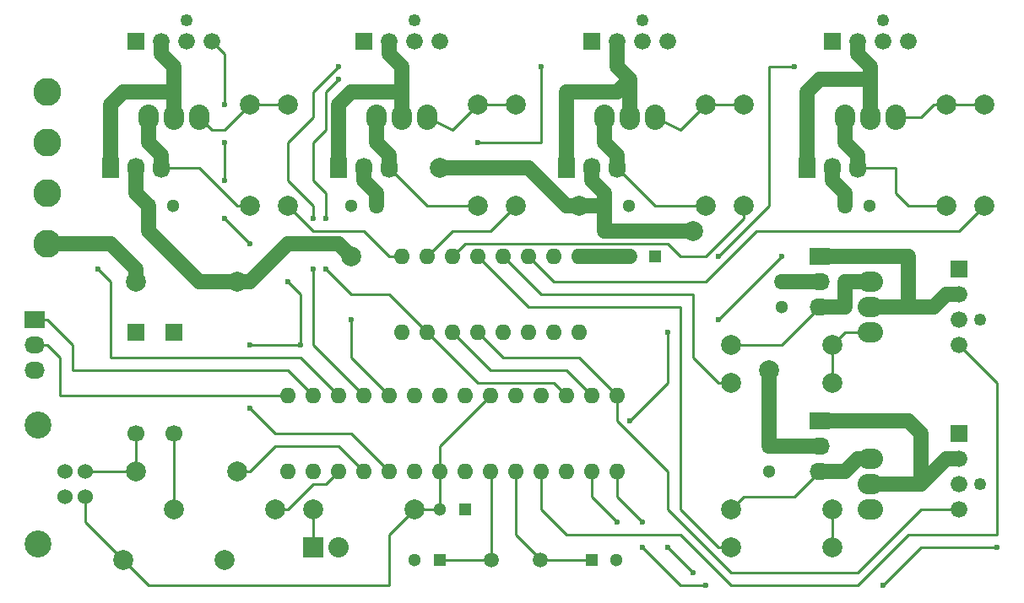
<source format=gbr>
G04 #@! TF.FileFunction,Copper,L1,Top,Signal*
%FSLAX46Y46*%
G04 Gerber Fmt 4.6, Leading zero omitted, Abs format (unit mm)*
G04 Created by KiCad (PCBNEW 4.0.1-stable) date Sun 27 Dec 2015 09:02:29 PM CET*
%MOMM*%
G01*
G04 APERTURE LIST*
%ADD10C,0.100000*%
%ADD11R,1.727200X2.032000*%
%ADD12O,1.727200X2.032000*%
%ADD13R,1.300000X1.300000*%
%ADD14C,1.300000*%
%ADD15R,1.676400X1.676400*%
%ADD16C,1.676400*%
%ADD17C,1.250000*%
%ADD18R,2.032000X2.032000*%
%ADD19O,2.032000X2.032000*%
%ADD20R,2.032000X1.727200*%
%ADD21O,2.032000X1.727200*%
%ADD22C,2.794000*%
%ADD23O,2.032000X2.540000*%
%ADD24O,2.540000X2.032000*%
%ADD25C,1.998980*%
%ADD26O,1.600000X1.600000*%
%ADD27C,1.524000*%
%ADD28C,2.700020*%
%ADD29C,1.501140*%
%ADD30C,1.699260*%
%ADD31R,1.699260X1.699260*%
%ADD32C,2.000000*%
%ADD33C,0.600000*%
%ADD34C,0.250000*%
%ADD35C,1.500000*%
G04 APERTURE END LIST*
D10*
D11*
X69850000Y-88900000D03*
D12*
X72390000Y-88900000D03*
X74930000Y-88900000D03*
D13*
X105410000Y-123190000D03*
D14*
X102910000Y-123190000D03*
D13*
X124460000Y-97790000D03*
D14*
X121960000Y-97790000D03*
D13*
X73660000Y-92710000D03*
D14*
X76160000Y-92710000D03*
D13*
X96520000Y-92710000D03*
D14*
X94020000Y-92710000D03*
D13*
X119380000Y-92710000D03*
D14*
X121880000Y-92710000D03*
D13*
X143510000Y-92710000D03*
D14*
X146010000Y-92710000D03*
D13*
X137160000Y-100330000D03*
D14*
X137160000Y-102830000D03*
D13*
X135890000Y-116840000D03*
D14*
X135890000Y-119340000D03*
D13*
X102870000Y-128270000D03*
D14*
X100370000Y-128270000D03*
D13*
X118110000Y-128270000D03*
D14*
X120610000Y-128270000D03*
D15*
X72390000Y-76200000D03*
D16*
X74930000Y-76200000D03*
X77470000Y-76200000D03*
X80010000Y-76200000D03*
D17*
X77470000Y-74040000D03*
D15*
X95250000Y-76200000D03*
D16*
X97790000Y-76200000D03*
X100330000Y-76200000D03*
X102870000Y-76200000D03*
D17*
X100330000Y-74040000D03*
D15*
X118110000Y-76200000D03*
D16*
X120650000Y-76200000D03*
X123190000Y-76200000D03*
X125730000Y-76200000D03*
D17*
X123190000Y-74040000D03*
D15*
X142240000Y-76200000D03*
D16*
X144780000Y-76200000D03*
X147320000Y-76200000D03*
X149860000Y-76200000D03*
D17*
X147320000Y-74040000D03*
D15*
X154940000Y-99060000D03*
D16*
X154940000Y-101600000D03*
X154940000Y-104140000D03*
X154940000Y-106680000D03*
D17*
X157100000Y-104140000D03*
D15*
X154940000Y-115570000D03*
D16*
X154940000Y-118110000D03*
X154940000Y-120650000D03*
X154940000Y-123190000D03*
D17*
X157100000Y-120650000D03*
D18*
X90170000Y-127000000D03*
D19*
X92710000Y-127000000D03*
D11*
X92710000Y-88900000D03*
D12*
X95250000Y-88900000D03*
X97790000Y-88900000D03*
D11*
X115570000Y-88900000D03*
D12*
X118110000Y-88900000D03*
X120650000Y-88900000D03*
D11*
X139700000Y-88900000D03*
D12*
X142240000Y-88900000D03*
X144780000Y-88900000D03*
D20*
X140970000Y-97790000D03*
D21*
X140970000Y-100330000D03*
X140970000Y-102870000D03*
D20*
X140970000Y-114300000D03*
D21*
X140970000Y-116840000D03*
X140970000Y-119380000D03*
D22*
X63500000Y-86360000D03*
X63500000Y-81280000D03*
X63500000Y-91440000D03*
X63500000Y-96520000D03*
D23*
X76200000Y-83820000D03*
X78740000Y-83820000D03*
X73660000Y-83820000D03*
X99060000Y-83820000D03*
X101600000Y-83820000D03*
X96520000Y-83820000D03*
X121920000Y-83820000D03*
X124460000Y-83820000D03*
X119380000Y-83820000D03*
X146050000Y-83820000D03*
X148590000Y-83820000D03*
X143510000Y-83820000D03*
D24*
X146050000Y-102870000D03*
X146050000Y-105410000D03*
X146050000Y-100330000D03*
X146050000Y-120650000D03*
X146050000Y-123190000D03*
X146050000Y-118110000D03*
D25*
X81280000Y-128270000D03*
X71120000Y-128270000D03*
X82550000Y-119380000D03*
X72390000Y-119380000D03*
X86360000Y-123190000D03*
X76200000Y-123190000D03*
X83820000Y-82550000D03*
X83820000Y-92710000D03*
X87630000Y-82550000D03*
X87630000Y-92710000D03*
X106680000Y-82550000D03*
X106680000Y-92710000D03*
X110490000Y-82550000D03*
X110490000Y-92710000D03*
X129540000Y-82550000D03*
X129540000Y-92710000D03*
X133350000Y-82550000D03*
X133350000Y-92710000D03*
X153670000Y-82550000D03*
X153670000Y-92710000D03*
X157480000Y-82550000D03*
X157480000Y-92710000D03*
X142240000Y-106680000D03*
X132080000Y-106680000D03*
X142240000Y-110490000D03*
X132080000Y-110490000D03*
X142240000Y-123190000D03*
X132080000Y-123190000D03*
X142240000Y-127000000D03*
X132080000Y-127000000D03*
X100330000Y-123190000D03*
X90170000Y-123190000D03*
D26*
X99060000Y-105410000D03*
X101600000Y-105410000D03*
X104140000Y-105410000D03*
X106680000Y-105410000D03*
X109220000Y-105410000D03*
X111760000Y-105410000D03*
X114300000Y-105410000D03*
X116840000Y-105410000D03*
X116840000Y-97790000D03*
X114300000Y-97790000D03*
X111760000Y-97790000D03*
X109220000Y-97790000D03*
X106680000Y-97790000D03*
X104140000Y-97790000D03*
X101600000Y-97790000D03*
X99060000Y-97790000D03*
D27*
X67310000Y-119380000D03*
X67310000Y-121920000D03*
X65311020Y-121920000D03*
X65311020Y-119380000D03*
D28*
X62611000Y-114650520D03*
X62611000Y-126649480D03*
D29*
X108049060Y-128270000D03*
X112930940Y-128270000D03*
D26*
X87630000Y-119380000D03*
X90170000Y-119380000D03*
X92710000Y-119380000D03*
X95250000Y-119380000D03*
X97790000Y-119380000D03*
X100330000Y-119380000D03*
X102870000Y-119380000D03*
X105410000Y-119380000D03*
X107950000Y-119380000D03*
X110490000Y-119380000D03*
X113030000Y-119380000D03*
X115570000Y-119380000D03*
X118110000Y-119380000D03*
X120650000Y-119380000D03*
X120650000Y-111760000D03*
X118110000Y-111760000D03*
X115570000Y-111760000D03*
X113030000Y-111760000D03*
X110490000Y-111760000D03*
X107950000Y-111760000D03*
X105410000Y-111760000D03*
X102870000Y-111760000D03*
X100330000Y-111760000D03*
X97790000Y-111760000D03*
X95250000Y-111760000D03*
X92710000Y-111760000D03*
X90170000Y-111760000D03*
X87630000Y-111760000D03*
D30*
X72392540Y-115570520D03*
D31*
X72392540Y-105410520D03*
D30*
X76202540Y-115570520D03*
D31*
X76202540Y-105410520D03*
D20*
X62230000Y-104140000D03*
D21*
X62230000Y-106680000D03*
X62230000Y-109220000D03*
D25*
X82550000Y-100330000D03*
X72390000Y-100330000D03*
D32*
X93980000Y-97790000D03*
X135890000Y-109220000D03*
X116840000Y-92710000D03*
X128270000Y-95250000D03*
X102870000Y-88900000D03*
D33*
X68580000Y-99060000D03*
X81280000Y-93980000D03*
X81280000Y-90170000D03*
X81280000Y-86360000D03*
X81280000Y-82550000D03*
X87630000Y-100330000D03*
X83820000Y-96520000D03*
X88900000Y-106680000D03*
X83820000Y-106680000D03*
X83820000Y-113030000D03*
X90170000Y-99060000D03*
X90170000Y-93980000D03*
X92710000Y-78740000D03*
X92710000Y-80010000D03*
X91440000Y-99060000D03*
X91440000Y-93980000D03*
X93980000Y-104140000D03*
X106680000Y-86360000D03*
X113030000Y-78740000D03*
X130810000Y-97790000D03*
X125730000Y-105410000D03*
X121920000Y-114300000D03*
X138430000Y-78740000D03*
X130810000Y-104140000D03*
X137160000Y-97790000D03*
X158750000Y-127000000D03*
X147320000Y-130810000D03*
X129540000Y-130810000D03*
X123190000Y-127000000D03*
X120650000Y-124460000D03*
X128270000Y-129540000D03*
X125730000Y-127000000D03*
X123190000Y-124460000D03*
D34*
X102870000Y-119380000D02*
X102870000Y-116840000D01*
X102870000Y-116840000D02*
X107950000Y-111760000D01*
X67310000Y-121920000D02*
X67310000Y-124460000D01*
X67310000Y-124460000D02*
X71120000Y-128270000D01*
X71120000Y-128270000D02*
X73660000Y-130810000D01*
X97790000Y-125730000D02*
X100330000Y-123190000D01*
X97790000Y-130810000D02*
X97790000Y-125730000D01*
X73660000Y-130810000D02*
X97790000Y-130810000D01*
X102870000Y-119380000D02*
X102870000Y-123150000D01*
X102870000Y-123150000D02*
X102830000Y-123190000D01*
X102830000Y-123190000D02*
X100330000Y-123190000D01*
D35*
X92710000Y-96520000D02*
X87630000Y-96520000D01*
X92710000Y-96520000D02*
X93980000Y-97790000D01*
X83820000Y-100330000D02*
X82550000Y-100330000D01*
X87630000Y-96520000D02*
X83820000Y-100330000D01*
X82550000Y-100330000D02*
X78740000Y-100330000D01*
X78740000Y-100330000D02*
X73660000Y-95250000D01*
X73660000Y-95250000D02*
X73660000Y-92710000D01*
X135890000Y-109220000D02*
X135890000Y-116840000D01*
X143510000Y-92710000D02*
X143510000Y-91440000D01*
X142240000Y-90170000D02*
X142240000Y-88900000D01*
X143510000Y-91440000D02*
X142240000Y-90170000D01*
X116840000Y-97790000D02*
X121960000Y-97790000D01*
X137160000Y-100330000D02*
X140970000Y-100330000D01*
X135890000Y-116840000D02*
X140970000Y-116840000D01*
X119380000Y-92710000D02*
X119380000Y-95250000D01*
X119380000Y-95250000D02*
X128270000Y-95250000D01*
X119380000Y-92710000D02*
X119380000Y-91440000D01*
X118110000Y-90170000D02*
X118110000Y-88900000D01*
X119380000Y-91440000D02*
X118110000Y-90170000D01*
X102870000Y-88900000D02*
X111760000Y-88900000D01*
X111760000Y-88900000D02*
X115570000Y-92710000D01*
X115570000Y-92710000D02*
X116840000Y-92710000D01*
X116840000Y-92710000D02*
X119380000Y-92710000D01*
X96520000Y-92710000D02*
X96520000Y-91440000D01*
X95250000Y-90170000D02*
X95250000Y-88900000D01*
X96520000Y-91440000D02*
X95250000Y-90170000D01*
X73660000Y-92710000D02*
X72390000Y-91440000D01*
X72390000Y-91440000D02*
X72390000Y-88900000D01*
D34*
X108049060Y-128270000D02*
X108049060Y-119479060D01*
X108049060Y-119479060D02*
X107950000Y-119380000D01*
X102870000Y-128270000D02*
X108049060Y-128270000D01*
X112930940Y-128270000D02*
X112930940Y-128170940D01*
X112930940Y-128170940D02*
X110490000Y-125730000D01*
X110490000Y-125730000D02*
X110490000Y-119380000D01*
X118110000Y-128270000D02*
X112930940Y-128270000D01*
X67310000Y-119380000D02*
X72390000Y-119380000D01*
X72390000Y-119380000D02*
X72390000Y-115573060D01*
X72390000Y-115573060D02*
X72392540Y-115570520D01*
X76200000Y-123190000D02*
X76200000Y-115573060D01*
X76200000Y-115573060D02*
X76202540Y-115570520D01*
D35*
X69850000Y-88900000D02*
X69850000Y-82550000D01*
X71120000Y-81280000D02*
X76200000Y-81280000D01*
X69850000Y-82550000D02*
X71120000Y-81280000D01*
X76200000Y-83820000D02*
X76200000Y-81280000D01*
X76200000Y-81280000D02*
X76200000Y-78740000D01*
X74930000Y-77470000D02*
X74930000Y-76200000D01*
X76200000Y-78740000D02*
X74930000Y-77470000D01*
D34*
X88900000Y-107950000D02*
X92710000Y-111760000D01*
X69850000Y-107950000D02*
X88900000Y-107950000D01*
X69850000Y-100330000D02*
X69850000Y-107950000D01*
X68580000Y-99060000D02*
X69850000Y-100330000D01*
X81280000Y-93980000D02*
X83820000Y-96520000D01*
X80010000Y-76200000D02*
X81280000Y-77470000D01*
X81280000Y-86360000D02*
X81280000Y-90170000D01*
X81280000Y-77470000D02*
X81280000Y-82550000D01*
X88900000Y-101600000D02*
X88900000Y-106680000D01*
X87630000Y-100330000D02*
X88900000Y-101600000D01*
X97790000Y-119380000D02*
X93980000Y-115570000D01*
X83820000Y-106680000D02*
X88900000Y-106680000D01*
X86360000Y-115570000D02*
X83820000Y-113030000D01*
X93980000Y-115570000D02*
X86360000Y-115570000D01*
D35*
X92710000Y-88900000D02*
X92710000Y-82550000D01*
X93980000Y-81280000D02*
X99060000Y-81280000D01*
X92710000Y-82550000D02*
X93980000Y-81280000D01*
X99060000Y-83820000D02*
X99060000Y-81280000D01*
X99060000Y-81280000D02*
X99060000Y-78740000D01*
X97790000Y-77470000D02*
X97790000Y-76200000D01*
X99060000Y-78740000D02*
X97790000Y-77470000D01*
D34*
X90170000Y-106680000D02*
X95250000Y-111760000D01*
X90170000Y-99060000D02*
X90170000Y-106680000D01*
X90170000Y-92710000D02*
X90170000Y-93980000D01*
X87630000Y-90170000D02*
X90170000Y-92710000D01*
X87630000Y-86360000D02*
X87630000Y-90170000D01*
X90170000Y-83820000D02*
X87630000Y-86360000D01*
X90170000Y-81280000D02*
X90170000Y-83820000D01*
X92710000Y-78740000D02*
X90170000Y-81280000D01*
X97790000Y-101600000D02*
X101600000Y-105410000D01*
X93980000Y-101600000D02*
X97790000Y-101600000D01*
X91440000Y-99060000D02*
X93980000Y-101600000D01*
X91440000Y-91440000D02*
X91440000Y-93980000D01*
X90170000Y-90170000D02*
X91440000Y-91440000D01*
X90170000Y-86360000D02*
X90170000Y-90170000D01*
X91440000Y-85090000D02*
X90170000Y-86360000D01*
X91440000Y-81280000D02*
X91440000Y-85090000D01*
X92710000Y-80010000D02*
X91440000Y-81280000D01*
X115570000Y-111760000D02*
X114300000Y-110490000D01*
X106680000Y-110490000D02*
X101600000Y-105410000D01*
X113030000Y-110490000D02*
X106680000Y-110490000D01*
X114300000Y-110490000D02*
X113030000Y-110490000D01*
D35*
X115570000Y-88900000D02*
X115570000Y-81280000D01*
X120650000Y-81280000D02*
X121920000Y-80010000D01*
X115570000Y-81280000D02*
X120650000Y-81280000D01*
X121920000Y-83820000D02*
X121920000Y-80010000D01*
X120650000Y-78740000D02*
X120650000Y-76200000D01*
X121920000Y-80010000D02*
X120650000Y-78740000D01*
D34*
X93980000Y-107950000D02*
X97790000Y-111760000D01*
X93980000Y-104140000D02*
X93980000Y-107950000D01*
X113030000Y-86360000D02*
X106680000Y-86360000D01*
X113030000Y-78740000D02*
X113030000Y-86360000D01*
X118110000Y-111760000D02*
X115570000Y-109220000D01*
X107950000Y-109220000D02*
X104140000Y-105410000D01*
X115570000Y-109220000D02*
X107950000Y-109220000D01*
D35*
X139700000Y-88900000D02*
X139700000Y-81280000D01*
X140970000Y-80010000D02*
X146050000Y-80010000D01*
X139700000Y-81280000D02*
X140970000Y-80010000D01*
X146050000Y-83820000D02*
X146050000Y-80010000D01*
X146050000Y-80010000D02*
X146050000Y-78740000D01*
X144780000Y-77470000D02*
X144780000Y-76200000D01*
X146050000Y-78740000D02*
X144780000Y-77470000D01*
D34*
X138430000Y-78740000D02*
X137160000Y-78740000D01*
X135890000Y-78740000D02*
X135890000Y-92710000D01*
X137160000Y-78740000D02*
X135890000Y-78740000D01*
X130810000Y-97790000D02*
X135890000Y-92710000D01*
X125730000Y-110490000D02*
X125730000Y-105410000D01*
X121920000Y-114300000D02*
X125730000Y-110490000D01*
X137160000Y-97790000D02*
X130810000Y-104140000D01*
D35*
X140970000Y-97790000D02*
X149860000Y-97790000D01*
X149860000Y-97790000D02*
X149860000Y-102870000D01*
X146050000Y-102870000D02*
X149860000Y-102870000D01*
X149860000Y-102870000D02*
X152400000Y-102870000D01*
X153670000Y-101600000D02*
X154940000Y-101600000D01*
X152400000Y-102870000D02*
X153670000Y-101600000D01*
D34*
X118110000Y-119380000D02*
X118110000Y-121920000D01*
X151130000Y-127000000D02*
X158750000Y-127000000D01*
X147320000Y-130810000D02*
X151130000Y-127000000D01*
X127000000Y-130810000D02*
X129540000Y-130810000D01*
X123190000Y-127000000D02*
X127000000Y-130810000D01*
X118110000Y-121920000D02*
X120650000Y-124460000D01*
X113030000Y-119380000D02*
X113030000Y-123190000D01*
X158750000Y-110490000D02*
X154940000Y-106680000D01*
X158750000Y-125730000D02*
X158750000Y-110490000D01*
X149860000Y-125730000D02*
X158750000Y-125730000D01*
X144780000Y-130810000D02*
X149860000Y-125730000D01*
X132080000Y-130810000D02*
X144780000Y-130810000D01*
X127000000Y-125730000D02*
X132080000Y-130810000D01*
X115570000Y-125730000D02*
X127000000Y-125730000D01*
X113030000Y-123190000D02*
X115570000Y-125730000D01*
D35*
X140970000Y-114300000D02*
X149860000Y-114300000D01*
X151130000Y-115570000D02*
X151130000Y-120650000D01*
X149860000Y-114300000D02*
X151130000Y-115570000D01*
X146050000Y-120650000D02*
X151130000Y-120650000D01*
X153670000Y-118110000D02*
X154940000Y-118110000D01*
X151130000Y-120650000D02*
X153670000Y-118110000D01*
D34*
X120650000Y-119380000D02*
X120650000Y-121920000D01*
X125730000Y-127000000D02*
X128270000Y-129540000D01*
X120650000Y-121920000D02*
X123190000Y-124460000D01*
X154940000Y-123190000D02*
X151130000Y-123190000D01*
X120650000Y-114300000D02*
X120650000Y-111760000D01*
X125730000Y-119380000D02*
X120650000Y-114300000D01*
X125730000Y-123190000D02*
X125730000Y-119380000D01*
X132080000Y-129540000D02*
X125730000Y-123190000D01*
X144780000Y-129540000D02*
X132080000Y-129540000D01*
X151130000Y-123190000D02*
X144780000Y-129540000D01*
X120650000Y-111760000D02*
X116840000Y-107950000D01*
X109220000Y-107950000D02*
X106680000Y-105410000D01*
X116840000Y-107950000D02*
X109220000Y-107950000D01*
X90170000Y-123190000D02*
X90170000Y-127000000D01*
X86360000Y-123190000D02*
X87630000Y-123190000D01*
X91440000Y-120650000D02*
X92710000Y-119380000D01*
X90170000Y-120650000D02*
X91440000Y-120650000D01*
X87630000Y-123190000D02*
X90170000Y-120650000D01*
X82550000Y-119380000D02*
X83820000Y-119380000D01*
X92710000Y-116840000D02*
X95250000Y-119380000D01*
X86360000Y-116840000D02*
X92710000Y-116840000D01*
X83820000Y-119380000D02*
X86360000Y-116840000D01*
X83820000Y-92710000D02*
X82550000Y-92710000D01*
X78740000Y-88900000D02*
X74930000Y-88900000D01*
X82550000Y-92710000D02*
X78740000Y-88900000D01*
D35*
X73660000Y-86360000D02*
X73660000Y-83820000D01*
X74930000Y-87630000D02*
X73660000Y-86360000D01*
X73660000Y-86360000D02*
X74930000Y-87630000D01*
X74930000Y-87630000D02*
X73660000Y-86360000D01*
X74930000Y-88900000D02*
X74930000Y-87630000D01*
D34*
X106680000Y-92710000D02*
X101600000Y-92710000D01*
X101600000Y-92710000D02*
X97790000Y-88900000D01*
D35*
X97790000Y-88900000D02*
X97790000Y-87630000D01*
X96520000Y-86360000D02*
X96520000Y-83820000D01*
X97790000Y-87630000D02*
X96520000Y-86360000D01*
D34*
X129540000Y-92710000D02*
X124460000Y-92710000D01*
X124460000Y-92710000D02*
X120650000Y-88900000D01*
D35*
X120650000Y-88900000D02*
X120650000Y-87630000D01*
X119380000Y-86360000D02*
X119380000Y-83820000D01*
X120650000Y-87630000D02*
X119380000Y-86360000D01*
X144780000Y-88900000D02*
X144780000Y-87630000D01*
X143510000Y-86360000D02*
X143510000Y-83820000D01*
X144780000Y-87630000D02*
X143510000Y-86360000D01*
D34*
X153670000Y-92710000D02*
X149860000Y-92710000D01*
X148590000Y-88900000D02*
X144780000Y-88900000D01*
X148590000Y-91440000D02*
X148590000Y-88900000D01*
X149860000Y-92710000D02*
X148590000Y-91440000D01*
X132080000Y-106680000D02*
X137160000Y-106680000D01*
X137160000Y-106680000D02*
X140970000Y-102870000D01*
D35*
X140970000Y-102870000D02*
X143510000Y-102870000D01*
X143510000Y-100330000D02*
X146050000Y-100330000D01*
X143510000Y-102870000D02*
X143510000Y-100330000D01*
X140970000Y-119380000D02*
X143510000Y-119380000D01*
X144780000Y-118110000D02*
X146050000Y-118110000D01*
X143510000Y-119380000D02*
X144780000Y-118110000D01*
D34*
X132080000Y-123190000D02*
X133350000Y-121920000D01*
X138430000Y-121920000D02*
X140970000Y-119380000D01*
X133350000Y-121920000D02*
X138430000Y-121920000D01*
X80010000Y-85090000D02*
X78740000Y-83820000D01*
X80010000Y-85090000D02*
X81280000Y-85090000D01*
X81280000Y-85090000D02*
X83820000Y-82550000D01*
X83820000Y-82550000D02*
X87630000Y-82550000D01*
X101600000Y-83820000D02*
X104140000Y-85090000D01*
X104140000Y-85090000D02*
X106680000Y-82550000D01*
X106680000Y-82550000D02*
X110490000Y-82550000D01*
X124460000Y-83820000D02*
X127000000Y-85090000D01*
X127000000Y-85090000D02*
X129540000Y-82550000D01*
X129540000Y-82550000D02*
X133350000Y-82550000D01*
X153670000Y-82550000D02*
X152400000Y-82550000D01*
X151130000Y-83820000D02*
X148590000Y-83820000D01*
X152400000Y-82550000D02*
X151130000Y-83820000D01*
X157480000Y-82550000D02*
X153670000Y-82550000D01*
X142240000Y-110490000D02*
X142240000Y-106680000D01*
X142240000Y-106680000D02*
X143510000Y-105410000D01*
X143510000Y-105410000D02*
X146050000Y-105410000D01*
X142240000Y-127000000D02*
X142240000Y-123190000D01*
X99060000Y-97790000D02*
X97790000Y-97790000D01*
X90170000Y-95250000D02*
X87630000Y-92710000D01*
X95250000Y-95250000D02*
X90170000Y-95250000D01*
X97790000Y-97790000D02*
X95250000Y-95250000D01*
X101600000Y-97790000D02*
X104140000Y-95250000D01*
X107950000Y-95250000D02*
X110490000Y-92710000D01*
X104140000Y-95250000D02*
X107950000Y-95250000D01*
X128270000Y-97790000D02*
X127000000Y-97790000D01*
X133350000Y-93980000D02*
X129540000Y-97790000D01*
X129540000Y-97790000D02*
X128270000Y-97790000D01*
X133350000Y-92710000D02*
X133350000Y-93980000D01*
X105410000Y-96520000D02*
X104140000Y-97790000D01*
X125730000Y-96520000D02*
X105410000Y-96520000D01*
X127000000Y-97790000D02*
X125730000Y-96520000D01*
X111760000Y-97790000D02*
X114300000Y-100330000D01*
X154940000Y-95250000D02*
X157480000Y-92710000D01*
X143510000Y-95250000D02*
X154940000Y-95250000D01*
X134620000Y-95250000D02*
X143510000Y-95250000D01*
X129540000Y-100330000D02*
X134620000Y-95250000D01*
X114300000Y-100330000D02*
X129540000Y-100330000D01*
X109220000Y-97790000D02*
X113030000Y-101600000D01*
X130810000Y-110490000D02*
X132080000Y-110490000D01*
X128270000Y-107950000D02*
X130810000Y-110490000D01*
X128270000Y-101600000D02*
X128270000Y-107950000D01*
X113030000Y-101600000D02*
X128270000Y-101600000D01*
X106680000Y-97790000D02*
X111760000Y-102870000D01*
X130810000Y-127000000D02*
X132080000Y-127000000D01*
X127000000Y-123190000D02*
X130810000Y-127000000D01*
X127000000Y-102870000D02*
X127000000Y-123190000D01*
X111760000Y-102870000D02*
X127000000Y-102870000D01*
X90170000Y-111760000D02*
X87630000Y-109220000D01*
X63500000Y-104140000D02*
X62230000Y-104140000D01*
X66040000Y-106680000D02*
X63500000Y-104140000D01*
X66040000Y-109220000D02*
X66040000Y-106680000D01*
X87630000Y-109220000D02*
X66040000Y-109220000D01*
X87630000Y-111760000D02*
X64770000Y-111760000D01*
X63500000Y-106680000D02*
X62230000Y-106680000D01*
X64770000Y-107950000D02*
X63500000Y-106680000D01*
X64770000Y-111760000D02*
X64770000Y-107950000D01*
D35*
X63500000Y-96520000D02*
X69850000Y-96520000D01*
X72390000Y-99060000D02*
X72390000Y-100330000D01*
X69850000Y-96520000D02*
X72390000Y-99060000D01*
M02*

</source>
